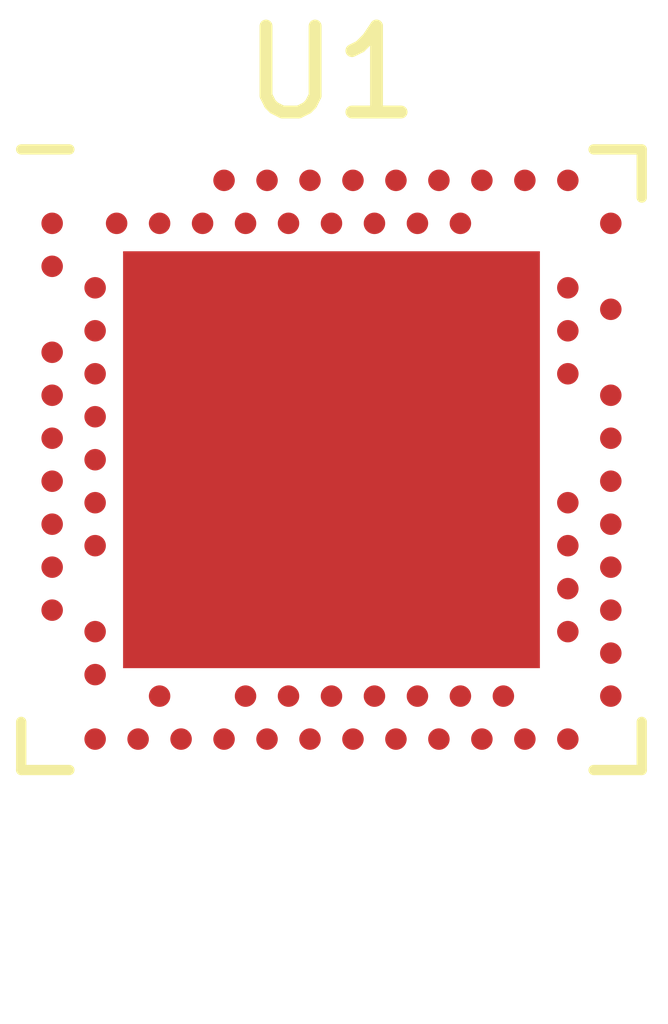
<source format=kicad_pcb>
(kicad_pcb (version 20231007) (generator pcbnew)
  (layers (0 "F.Cu" signal) (31 "B.Cu" signal) (34 "B.Paste" user) (35 "F.Paste" user) (36 "B.SilkS" user "B.Silkscreen") (37 "F.SilkS" user "F.Silkscreen") (38 "B.Mask" user) (39 "F.Mask" user) (44 "Edge.Cuts" user))
  (net 0 "")
  (net 3 "Net-(U1-VDD-PadA22)")
  (net 4 "Net-(U1-VSS-PadB7)")
  (footprint "Package_DFN_QFN:Nordic_AQFN-73-1EP_7x7mm_P0.5mm" (layer "F.Cu") (at 131.75 89.85)
    (property "Reference" "U1" (at 0 -4.5 0) (layer "F.SilkS"))
    (property "Value" "nRF52840")
    (fp_line (start -3.61 -3.61) (end -3.05 -3.61) (stroke (width 0.12)) (layer "F.SilkS"))
    (fp_line (start -3.61 3.61) (end -3.61 3.05) (stroke (width 0.12)) (layer "F.SilkS"))
    (fp_line (start -3.61 3.61) (end -3.05 3.61) (stroke (width 0.12)) (layer "F.SilkS"))
    (fp_line (start 3.61 -3.61) (end 3.05 -3.61) (stroke (width 0.12)) (layer "F.SilkS"))
    (fp_line (start 3.61 -3.61) (end 3.61 -3.05) (stroke (width 0.12)) (layer "F.SilkS"))
    (fp_line (start 3.61 3.61) (end 3.05 3.61) (stroke (width 0.12)) (layer "F.SilkS"))
    (fp_line (start 3.61 3.61) (end 3.61 3.05) (stroke (width 0.12)) (layer "F.SilkS"))
    (pad "A8" smd circle (at -1.25 -3.25 180) (size 0.25 0.25) (layers "F.Cu" "F.Paste" "F.Mask"))
    (pad "A10" smd circle (at -0.75 -3.25 180) (size 0.25 0.25) (layers "F.Cu" "F.Paste" "F.Mask"))
    (pad "A12" smd circle (at -0.25 -3.25 180) (size 0.25 0.25) (layers "F.Cu" "F.Paste" "F.Mask"))
    (pad "A14" smd circle (at 0.25 -3.25 180) (size 0.25 0.25) (layers "F.Cu" "F.Paste" "F.Mask"))
    (pad "A16" smd circle (at 0.75 -3.25 180) (size 0.25 0.25) (layers "F.Cu" "F.Paste" "F.Mask"))
    (pad "A18" smd circle (at 1.25 -3.25 180) (size 0.25 0.25) (layers "F.Cu" "F.Paste" "F.Mask"))
    (pad "A20" smd circle (at 1.75 -3.25 180) (size 0.25 0.25) (layers "F.Cu" "F.Paste" "F.Mask"))
    (pad "A22" smd circle (at 2.25 -3.25 180) (size 0.25 0.25) (layers "F.Cu" "F.Paste" "F.Mask") (net 3 "Net-(U1-VDD-PadA22)"))
    (pad "A23" smd circle (at 2.75 -3.25 180) (size 0.25 0.25) (layers "F.Cu" "F.Paste" "F.Mask"))
    (pad "AA24" smd circle (at 3.25 2.25 180) (size 0.25 0.25) (layers "F.Cu" "F.Paste" "F.Mask"))
    (pad "AB2" smd circle (at -2.75 2.5 180) (size 0.25 0.25) (layers "F.Cu" "F.Paste" "F.Mask"))
    (pad "AC5" smd circle (at -2 2.75 180) (size 0.25 0.25) (layers "F.Cu" "F.Paste" "F.Mask"))
    (pad "AC9" smd circle (at -1 2.75 180) (size 0.25 0.25) (layers "F.Cu" "F.Paste" "F.Mask"))
    (pad "AC11" smd circle (at -0.5 2.75 180) (size 0.25 0.25) (layers "F.Cu" "F.Paste" "F.Mask"))
    (pad "AC13" smd circle (at 0 2.75 180) (size 0.25 0.25) (layers "F.Cu" "F.Paste" "F.Mask"))
    (pad "AC15" smd circle (at 0.5 2.75 180) (size 0.25 0.25) (layers "F.Cu" "F.Paste" "F.Mask"))
    (pad "AC17" smd circle (at 1 2.75 180) (size 0.25 0.25) (layers "F.Cu" "F.Paste" "F.Mask"))
    (pad "AC19" smd circle (at 1.5 2.75 180) (size 0.25 0.25) (layers "F.Cu" "F.Paste" "F.Mask"))
    (pad "AC21" smd circle (at 2 2.75 180) (size 0.25 0.25) (layers "F.Cu" "F.Paste" "F.Mask"))
    (pad "AC24" smd circle (at 3.25 2.75 180) (size 0.25 0.25) (layers "F.Cu" "F.Paste" "F.Mask"))
    (pad "AD2" smd circle (at -2.75 3.25 180) (size 0.25 0.25) (layers "F.Cu" "F.Paste" "F.Mask"))
    (pad "AD4" smd circle (at -2.25 3.25 180) (size 0.25 0.25) (layers "F.Cu" "F.Paste" "F.Mask"))
    (pad "AD6" smd circle (at -1.75 3.25 180) (size 0.25 0.25) (layers "F.Cu" "F.Paste" "F.Mask"))
    (pad "AD8" smd circle (at -1.25 3.25 180) (size 0.25 0.25) (layers "F.Cu" "F.Paste" "F.Mask"))
    (pad "AD10" smd circle (at -0.75 3.25 180) (size 0.25 0.25) (layers "F.Cu" "F.Paste" "F.Mask"))
    (pad "AD12" smd circle (at -0.25 3.25 180) (size 0.25 0.25) (layers "F.Cu" "F.Paste" "F.Mask"))
    (pad "AD14" smd circle (at 0.25 3.25 180) (size 0.25 0.25) (layers "F.Cu" "F.Paste" "F.Mask") (net 3 "Net-(U1-VDD-PadA22)"))
    (pad "AD16" smd circle (at 0.75 3.25 180) (size 0.25 0.25) (layers "F.Cu" "F.Paste" "F.Mask"))
    (pad "AD18" smd circle (at 1.25 3.25 180) (size 0.25 0.25) (layers "F.Cu" "F.Paste" "F.Mask"))
    (pad "AD20" smd circle (at 1.75 3.25 180) (size 0.25 0.25) (layers "F.Cu" "F.Paste" "F.Mask"))
    (pad "AD22" smd circle (at 2.25 3.25 180) (size 0.25 0.25) (layers "F.Cu" "F.Paste" "F.Mask"))
    (pad "AD23" smd circle (at 2.75 3.25 180) (size 0.25 0.25) (layers "F.Cu" "F.Paste" "F.Mask") (net 3 "Net-(U1-VDD-PadA22)"))
    (pad "B1" smd circle (at -3.25 -2.75 180) (size 0.25 0.25) (layers "F.Cu" "F.Paste" "F.Mask") (net 3 "Net-(U1-VDD-PadA22)"))
    (pad "B3" smd circle (at -2.5 -2.75 180) (size 0.25 0.25) (layers "F.Cu" "F.Paste" "F.Mask"))
    (pad "B5" smd circle (at -2 -2.75 180) (size 0.25 0.25) (layers "F.Cu" "F.Paste" "F.Mask"))
    (pad "B7" smd circle (at -1.5 -2.75 180) (size 0.25 0.25) (layers "F.Cu" "F.Paste" "F.Mask") (net 4 "Net-(U1-VSS-PadB7)"))
    (pad "B9" smd circle (at -1 -2.75 180) (size 0.25 0.25) (layers "F.Cu" "F.Paste" "F.Mask"))
    (pad "B11" smd circle (at -0.5 -2.75 180) (size 0.25 0.25) (layers "F.Cu" "F.Paste" "F.Mask"))
    (pad "B13" smd circle (at 0 -2.75 180) (size 0.25 0.25) (layers "F.Cu" "F.Paste" "F.Mask"))
    (pad "B15" smd circle (at 0.5 -2.75 180) (size 0.25 0.25) (layers "F.Cu" "F.Paste" "F.Mask"))
    (pad "B17" smd circle (at 1 -2.75 180) (size 0.25 0.25) (layers "F.Cu" "F.Paste" "F.Mask"))
    (pad "B19" smd circle (at 1.5 -2.75 180) (size 0.25 0.25) (layers "F.Cu" "F.Paste" "F.Mask"))
    (pad "B24" smd circle (at 3.25 -2.75 180) (size 0.25 0.25) (layers "F.Cu" "F.Paste" "F.Mask"))
    (pad "C1" smd circle (at -3.25 -2.25 180) (size 0.25 0.25) (layers "F.Cu" "F.Paste" "F.Mask"))
    (pad "D2" smd circle (at -2.75 -2 180) (size 0.25 0.25) (layers "F.Cu" "F.Paste" "F.Mask"))
    (pad "D23" smd circle (at 2.75 -2 180) (size 0.25 0.25) (layers "F.Cu" "F.Paste" "F.Mask"))
    (pad "E24" smd circle (at 3.25 -1.75 180) (size 0.25 0.25) (layers "F.Cu" "F.Paste" "F.Mask"))
    (pad "EP" smd rect (at 0 0 180) (size 4.85 4.85) (layers "F.Cu" "F.Mask") (net 4 "Net-(U1-VSS-PadB7)"))
    (pad "F2" smd circle (at -2.75 -1.5 180) (size 0.25 0.25) (layers "F.Cu" "F.Paste" "F.Mask"))
    (pad "F23" smd circle (at 2.75 -1.5 180) (size 0.25 0.25) (layers "F.Cu" "F.Paste" "F.Mask"))
    (pad "G1" smd circle (at -3.25 -1.25 180) (size 0.25 0.25) (layers "F.Cu" "F.Paste" "F.Mask"))
    (pad "H2" smd circle (at -2.75 -1 180) (size 0.25 0.25) (layers "F.Cu" "F.Paste" "F.Mask"))
    (pad "H23" smd circle (at 2.75 -1 180) (size 0.25 0.25) (layers "F.Cu" "F.Paste" "F.Mask"))
    (pad "J1" smd circle (at -3.25 -0.75 180) (size 0.25 0.25) (layers "F.Cu" "F.Paste" "F.Mask"))
    (pad "J24" smd circle (at 3.25 -0.75 180) (size 0.25 0.25) (layers "F.Cu" "F.Paste" "F.Mask"))
    (pad "K2" smd circle (at -2.75 -0.5 180) (size 0.25 0.25) (layers "F.Cu" "F.Paste" "F.Mask"))
    (pad "L1" smd circle (at -3.25 -0.25 180) (size 0.25 0.25) (layers "F.Cu" "F.Paste" "F.Mask"))
    (pad "L24" smd circle (at 3.25 -0.25 180) (size 0.25 0.25) (layers "F.Cu" "F.Paste" "F.Mask"))
    (pad "M2" smd circle (at -2.75 0 180) (size 0.25 0.25) (layers "F.Cu" "F.Paste" "F.Mask"))
    (pad "N1" smd circle (at -3.25 0.25 180) (size 0.25 0.25) (layers "F.Cu" "F.Paste" "F.Mask"))
    (pad "N24" smd circle (at 3.25 0.25 180) (size 0.25 0.25) (layers "F.Cu" "F.Paste" "F.Mask"))
    (pad "P2" smd circle (at -2.75 0.5 180) (size 0.25 0.25) (layers "F.Cu" "F.Paste" "F.Mask"))
    (pad "P23" smd circle (at 2.75 0.5 180) (size 0.25 0.25) (layers "F.Cu" "F.Paste" "F.Mask"))
    (pad "R1" smd circle (at -3.25 0.75 180) (size 0.25 0.25) (layers "F.Cu" "F.Paste" "F.Mask"))
    (pad "R24" smd circle (at 3.25 0.75 180) (size 0.25 0.25) (layers "F.Cu" "F.Paste" "F.Mask"))
    (pad "T2" smd circle (at -2.75 1 180) (size 0.25 0.25) (layers "F.Cu" "F.Paste" "F.Mask"))
    (pad "T23" smd circle (at 2.75 1 180) (size 0.25 0.25) (layers "F.Cu" "F.Paste" "F.Mask"))
    (pad "U1" smd circle (at -3.25 1.25 180) (size 0.25 0.25) (layers "F.Cu" "F.Paste" "F.Mask"))
    (pad "U24" smd circle (at 3.25 1.25 180) (size 0.25 0.25) (layers "F.Cu" "F.Paste" "F.Mask"))
    (pad "V23" smd circle (at 2.75 1.5 180) (size 0.25 0.25) (layers "F.Cu" "F.Paste" "F.Mask"))
    (pad "W1" smd circle (at -3.25 1.75 180) (size 0.25 0.25) (layers "F.Cu" "F.Paste" "F.Mask") (net 3 "Net-(U1-VDD-PadA22)"))
    (pad "W24" smd circle (at 3.25 1.75 180) (size 0.25 0.25) (layers "F.Cu" "F.Paste" "F.Mask"))
    (pad "Y2" smd circle (at -2.75 2 180) (size 0.25 0.25) (layers "F.Cu" "F.Paste" "F.Mask"))
    (pad "Y23" smd circle (at 2.75 2 180) (size 0.25 0.25) (layers "F.Cu" "F.Paste" "F.Mask"))
  )
)
</source>
